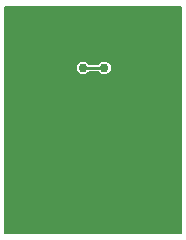
<source format=gbl>
G75*
%MOIN*%
%OFA0B0*%
%FSLAX25Y25*%
%IPPOS*%
%LPD*%
%AMOC8*
5,1,8,0,0,1.08239X$1,22.5*
%
%ADD10C,0.00000*%
%ADD11C,0.00600*%
%ADD12C,0.02978*%
%ADD13C,0.01000*%
D10*
X0003300Y0003800D02*
X0003300Y0074761D01*
X0058001Y0074761D01*
X0058001Y0003800D01*
X0003300Y0003800D01*
D11*
X0001300Y0001300D02*
X0001300Y0076800D01*
X0059800Y0076800D01*
X0059800Y0001300D01*
X0001300Y0001300D01*
X0001300Y0001406D02*
X0059800Y0001406D01*
X0059800Y0002004D02*
X0001300Y0002004D01*
X0001300Y0002603D02*
X0059800Y0002603D01*
X0059800Y0003201D02*
X0001300Y0003201D01*
X0001300Y0003800D02*
X0059800Y0003800D01*
X0059800Y0004399D02*
X0001300Y0004399D01*
X0001300Y0004997D02*
X0059800Y0004997D01*
X0059800Y0005596D02*
X0001300Y0005596D01*
X0001300Y0006194D02*
X0059800Y0006194D01*
X0059800Y0006793D02*
X0001300Y0006793D01*
X0001300Y0007391D02*
X0059800Y0007391D01*
X0059800Y0007990D02*
X0001300Y0007990D01*
X0001300Y0008588D02*
X0059800Y0008588D01*
X0059800Y0009187D02*
X0001300Y0009187D01*
X0001300Y0009785D02*
X0059800Y0009785D01*
X0059800Y0010384D02*
X0001300Y0010384D01*
X0001300Y0010982D02*
X0059800Y0010982D01*
X0059800Y0011581D02*
X0001300Y0011581D01*
X0001300Y0012179D02*
X0059800Y0012179D01*
X0059800Y0012778D02*
X0001300Y0012778D01*
X0001300Y0013376D02*
X0059800Y0013376D01*
X0059800Y0013975D02*
X0001300Y0013975D01*
X0001300Y0014573D02*
X0059800Y0014573D01*
X0059800Y0015172D02*
X0001300Y0015172D01*
X0001300Y0015770D02*
X0059800Y0015770D01*
X0059800Y0016369D02*
X0001300Y0016369D01*
X0001300Y0016967D02*
X0059800Y0016967D01*
X0059800Y0017566D02*
X0001300Y0017566D01*
X0001300Y0018164D02*
X0059800Y0018164D01*
X0059800Y0018763D02*
X0001300Y0018763D01*
X0001300Y0019361D02*
X0059800Y0019361D01*
X0059800Y0019960D02*
X0001300Y0019960D01*
X0001300Y0020558D02*
X0059800Y0020558D01*
X0059800Y0021157D02*
X0001300Y0021157D01*
X0001300Y0021755D02*
X0059800Y0021755D01*
X0059800Y0022354D02*
X0001300Y0022354D01*
X0001300Y0022952D02*
X0059800Y0022952D01*
X0059800Y0023551D02*
X0001300Y0023551D01*
X0001300Y0024149D02*
X0059800Y0024149D01*
X0059800Y0024748D02*
X0001300Y0024748D01*
X0001300Y0025346D02*
X0059800Y0025346D01*
X0059800Y0025945D02*
X0001300Y0025945D01*
X0001300Y0026543D02*
X0059800Y0026543D01*
X0059800Y0027142D02*
X0001300Y0027142D01*
X0001300Y0027740D02*
X0059800Y0027740D01*
X0059800Y0028339D02*
X0001300Y0028339D01*
X0001300Y0028937D02*
X0059800Y0028937D01*
X0059800Y0029536D02*
X0001300Y0029536D01*
X0001300Y0030134D02*
X0059800Y0030134D01*
X0059800Y0030733D02*
X0001300Y0030733D01*
X0001300Y0031332D02*
X0059800Y0031332D01*
X0059800Y0031930D02*
X0001300Y0031930D01*
X0001300Y0032529D02*
X0059800Y0032529D01*
X0059800Y0033127D02*
X0001300Y0033127D01*
X0001300Y0033726D02*
X0059800Y0033726D01*
X0059800Y0034324D02*
X0001300Y0034324D01*
X0001300Y0034923D02*
X0059800Y0034923D01*
X0059800Y0035521D02*
X0001300Y0035521D01*
X0001300Y0036120D02*
X0059800Y0036120D01*
X0059800Y0036718D02*
X0001300Y0036718D01*
X0001300Y0037317D02*
X0059800Y0037317D01*
X0059800Y0037915D02*
X0001300Y0037915D01*
X0001300Y0038514D02*
X0059800Y0038514D01*
X0059800Y0039112D02*
X0001300Y0039112D01*
X0001300Y0039711D02*
X0059800Y0039711D01*
X0059800Y0040309D02*
X0001300Y0040309D01*
X0001300Y0040908D02*
X0059800Y0040908D01*
X0059800Y0041506D02*
X0001300Y0041506D01*
X0001300Y0042105D02*
X0059800Y0042105D01*
X0059800Y0042703D02*
X0001300Y0042703D01*
X0001300Y0043302D02*
X0059800Y0043302D01*
X0059800Y0043900D02*
X0001300Y0043900D01*
X0001300Y0044499D02*
X0059800Y0044499D01*
X0059800Y0045097D02*
X0001300Y0045097D01*
X0001300Y0045696D02*
X0059800Y0045696D01*
X0059800Y0046294D02*
X0001300Y0046294D01*
X0001300Y0046893D02*
X0059800Y0046893D01*
X0059800Y0047491D02*
X0001300Y0047491D01*
X0001300Y0048090D02*
X0059800Y0048090D01*
X0059800Y0048688D02*
X0001300Y0048688D01*
X0001300Y0049287D02*
X0059800Y0049287D01*
X0059800Y0049885D02*
X0001300Y0049885D01*
X0001300Y0050484D02*
X0059800Y0050484D01*
X0059800Y0051082D02*
X0001300Y0051082D01*
X0001300Y0051681D02*
X0059800Y0051681D01*
X0059800Y0052279D02*
X0001300Y0052279D01*
X0001300Y0052878D02*
X0059800Y0052878D01*
X0059800Y0053476D02*
X0001300Y0053476D01*
X0001300Y0054075D02*
X0026047Y0054075D01*
X0026110Y0054011D02*
X0028090Y0054011D01*
X0029079Y0055000D01*
X0032321Y0055000D01*
X0033310Y0054011D01*
X0035290Y0054011D01*
X0036689Y0055410D01*
X0036689Y0057390D01*
X0035290Y0058789D01*
X0033310Y0058789D01*
X0032321Y0057800D01*
X0029079Y0057800D01*
X0028090Y0058789D01*
X0026110Y0058789D01*
X0024711Y0057390D01*
X0024711Y0055410D01*
X0026110Y0054011D01*
X0025448Y0054673D02*
X0001300Y0054673D01*
X0001300Y0055272D02*
X0024849Y0055272D01*
X0024711Y0055870D02*
X0001300Y0055870D01*
X0001300Y0056469D02*
X0024711Y0056469D01*
X0024711Y0057068D02*
X0001300Y0057068D01*
X0001300Y0057666D02*
X0024987Y0057666D01*
X0025586Y0058265D02*
X0001300Y0058265D01*
X0001300Y0058863D02*
X0059800Y0058863D01*
X0059800Y0058265D02*
X0035814Y0058265D01*
X0036412Y0057666D02*
X0059800Y0057666D01*
X0059800Y0057068D02*
X0036689Y0057068D01*
X0036689Y0056469D02*
X0059800Y0056469D01*
X0059800Y0055870D02*
X0036689Y0055870D01*
X0036550Y0055272D02*
X0059800Y0055272D01*
X0059800Y0054673D02*
X0035952Y0054673D01*
X0035353Y0054075D02*
X0059800Y0054075D01*
X0059800Y0059462D02*
X0001300Y0059462D01*
X0001300Y0060060D02*
X0059800Y0060060D01*
X0059800Y0060659D02*
X0001300Y0060659D01*
X0001300Y0061257D02*
X0059800Y0061257D01*
X0059800Y0061856D02*
X0001300Y0061856D01*
X0001300Y0062454D02*
X0059800Y0062454D01*
X0059800Y0063053D02*
X0001300Y0063053D01*
X0001300Y0063651D02*
X0059800Y0063651D01*
X0059800Y0064250D02*
X0001300Y0064250D01*
X0001300Y0064848D02*
X0059800Y0064848D01*
X0059800Y0065447D02*
X0001300Y0065447D01*
X0001300Y0066045D02*
X0059800Y0066045D01*
X0059800Y0066644D02*
X0001300Y0066644D01*
X0001300Y0067242D02*
X0059800Y0067242D01*
X0059800Y0067841D02*
X0001300Y0067841D01*
X0001300Y0068439D02*
X0059800Y0068439D01*
X0059800Y0069038D02*
X0001300Y0069038D01*
X0001300Y0069636D02*
X0059800Y0069636D01*
X0059800Y0070235D02*
X0001300Y0070235D01*
X0001300Y0070833D02*
X0059800Y0070833D01*
X0059800Y0071432D02*
X0001300Y0071432D01*
X0001300Y0072030D02*
X0059800Y0072030D01*
X0059800Y0072629D02*
X0001300Y0072629D01*
X0001300Y0073227D02*
X0059800Y0073227D01*
X0059800Y0073826D02*
X0001300Y0073826D01*
X0001300Y0074424D02*
X0059800Y0074424D01*
X0059800Y0075023D02*
X0001300Y0075023D01*
X0001300Y0075621D02*
X0059800Y0075621D01*
X0059800Y0076220D02*
X0001300Y0076220D01*
X0028614Y0058265D02*
X0032786Y0058265D01*
X0032648Y0054673D02*
X0028752Y0054673D01*
X0028153Y0054075D02*
X0033247Y0054075D01*
D12*
X0034300Y0056400D03*
X0027100Y0056400D03*
X0005800Y0062300D03*
X0005800Y0018300D03*
X0055800Y0018300D03*
X0055800Y0062300D03*
D13*
X0034300Y0056400D02*
X0027100Y0056400D01*
M02*

</source>
